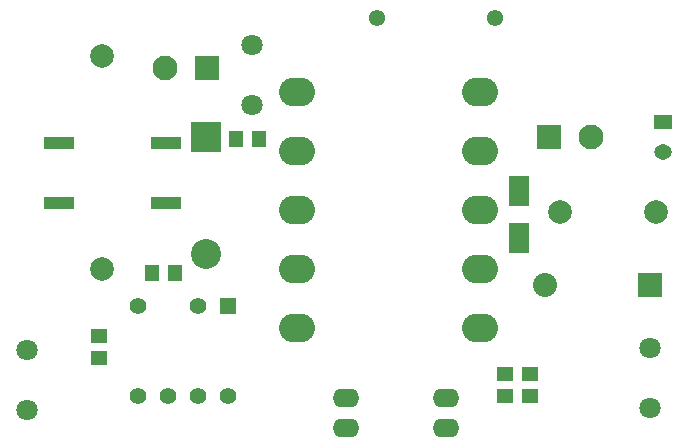
<source format=gbr>
%TF.GenerationSoftware,Altium Limited,Altium Designer,23.2.1 (34)*%
G04 Layer_Color=255*
%FSLAX45Y45*%
%MOMM*%
%TF.SameCoordinates,76BEBE9A-6656-4806-BAFE-41FAB228EB9C*%
%TF.FilePolarity,Positive*%
%TF.FileFunction,Pads,Bot*%
%TF.Part,Single*%
G01*
G75*
%TA.AperFunction,ComponentPad*%
%ADD12C,2.00000*%
%ADD13C,1.38100*%
%ADD14O,3.04800X2.41300*%
%ADD15C,2.03200*%
%ADD16R,2.03200X2.03200*%
%ADD17C,1.80000*%
%ADD18C,1.41000*%
%ADD19R,1.41000X1.41000*%
%ADD20C,2.54000*%
%ADD21R,2.54000X2.54000*%
%ADD22C,2.10000*%
%ADD23R,2.10000X2.10000*%
%ADD24O,1.50000X1.30000*%
%ADD25R,1.50000X1.30000*%
%TA.AperFunction,SMDPad,CuDef*%
%ADD27R,1.20000X1.40000*%
%ADD28R,1.40000X1.20000*%
%ADD29R,1.70000X2.50000*%
%ADD30O,2.25000X1.60000*%
%ADD31R,2.51850X1.11680*%
D12*
X4889500Y2006600D02*
D03*
X5702300D02*
D03*
X1016000Y3325700D02*
D03*
Y1525700D02*
D03*
D13*
X3340100Y3644900D02*
D03*
X4340100D02*
D03*
D14*
X4217000Y3019300D02*
D03*
Y2519300D02*
D03*
Y2019300D02*
D03*
Y1519300D02*
D03*
Y1019300D02*
D03*
X2667000Y3019300D02*
D03*
Y2519300D02*
D03*
Y2019300D02*
D03*
Y1519300D02*
D03*
Y1019300D02*
D03*
D15*
X4762500Y1384300D02*
D03*
D16*
X5651500D02*
D03*
D17*
X2286000Y3416300D02*
D03*
Y2908300D02*
D03*
X5651500Y342900D02*
D03*
Y850900D02*
D03*
X381000Y330200D02*
D03*
Y838200D02*
D03*
D18*
X1320800Y1206500D02*
D03*
X1828800D02*
D03*
X1320800Y444500D02*
D03*
X1574800D02*
D03*
X1828800D02*
D03*
X2082800D02*
D03*
D19*
Y1206500D02*
D03*
D20*
X1892300Y1651000D02*
D03*
D21*
Y2641600D02*
D03*
D22*
X1552200Y3225800D02*
D03*
X5153400Y2641600D02*
D03*
D23*
X1902200Y3225800D02*
D03*
X4803400Y2641600D02*
D03*
D24*
X5765800Y2514600D02*
D03*
D25*
Y2768600D02*
D03*
D27*
X1441260Y1492520D02*
D03*
X1631260D02*
D03*
X2153340Y2622280D02*
D03*
X2343340D02*
D03*
D28*
X4642120Y445880D02*
D03*
Y635880D02*
D03*
X4431759Y635000D02*
D03*
Y445000D02*
D03*
X990940Y768160D02*
D03*
Y958160D02*
D03*
D29*
X4546600Y1781200D02*
D03*
Y2181200D02*
D03*
D30*
X3080200Y431800D02*
D03*
Y177800D02*
D03*
X3930200D02*
D03*
Y431800D02*
D03*
D31*
X655125Y2590800D02*
D03*
Y2082800D02*
D03*
X1554675D02*
D03*
Y2590800D02*
D03*
%TF.MD5,342f255f5a5c1ea3d558022889ba23fc*%
M02*

</source>
